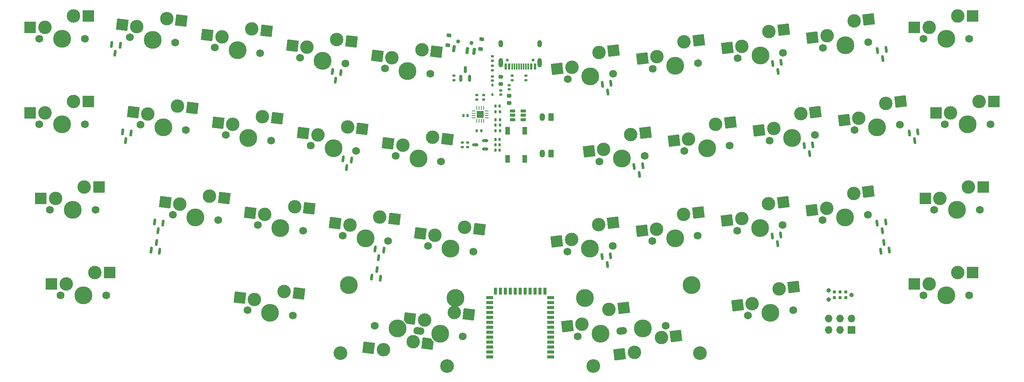
<source format=gbs>
%TF.GenerationSoftware,KiCad,Pcbnew,7.0.6*%
%TF.CreationDate,2023-07-31T17:00:50-04:00*%
%TF.ProjectId,Birdie,42697264-6965-42e6-9b69-6361645f7063,rev?*%
%TF.SameCoordinates,Original*%
%TF.FileFunction,Soldermask,Bot*%
%TF.FilePolarity,Negative*%
%FSLAX46Y46*%
G04 Gerber Fmt 4.6, Leading zero omitted, Abs format (unit mm)*
G04 Created by KiCad (PCBNEW 7.0.6) date 2023-07-31 17:00:50*
%MOMM*%
%LPD*%
G01*
G04 APERTURE LIST*
G04 Aperture macros list*
%AMRoundRect*
0 Rectangle with rounded corners*
0 $1 Rounding radius*
0 $2 $3 $4 $5 $6 $7 $8 $9 X,Y pos of 4 corners*
0 Add a 4 corners polygon primitive as box body*
4,1,4,$2,$3,$4,$5,$6,$7,$8,$9,$2,$3,0*
0 Add four circle primitives for the rounded corners*
1,1,$1+$1,$2,$3*
1,1,$1+$1,$4,$5*
1,1,$1+$1,$6,$7*
1,1,$1+$1,$8,$9*
0 Add four rect primitives between the rounded corners*
20,1,$1+$1,$2,$3,$4,$5,0*
20,1,$1+$1,$4,$5,$6,$7,0*
20,1,$1+$1,$6,$7,$8,$9,0*
20,1,$1+$1,$8,$9,$2,$3,0*%
%AMRotRect*
0 Rectangle, with rotation*
0 The origin of the aperture is its center*
0 $1 length*
0 $2 width*
0 $3 Rotation angle, in degrees counterclockwise*
0 Add horizontal line*
21,1,$1,$2,0,0,$3*%
%AMOutline5P*
0 Free polygon, 5 corners , with rotation*
0 The origin of the aperture is its center*
0 number of corners: always 5*
0 $1 to $10 corner X, Y*
0 $11 Rotation angle, in degrees counterclockwise*
0 create outline with 5 corners*
4,1,5,$1,$2,$3,$4,$5,$6,$7,$8,$9,$10,$1,$2,$11*%
%AMOutline6P*
0 Free polygon, 6 corners , with rotation*
0 The origin of the aperture is its center*
0 number of corners: always 6*
0 $1 to $12 corner X, Y*
0 $13 Rotation angle, in degrees counterclockwise*
0 create outline with 6 corners*
4,1,6,$1,$2,$3,$4,$5,$6,$7,$8,$9,$10,$11,$12,$1,$2,$13*%
%AMOutline7P*
0 Free polygon, 7 corners , with rotation*
0 The origin of the aperture is its center*
0 number of corners: always 7*
0 $1 to $14 corner X, Y*
0 $15 Rotation angle, in degrees counterclockwise*
0 create outline with 7 corners*
4,1,7,$1,$2,$3,$4,$5,$6,$7,$8,$9,$10,$11,$12,$13,$14,$1,$2,$15*%
%AMOutline8P*
0 Free polygon, 8 corners , with rotation*
0 The origin of the aperture is its center*
0 number of corners: always 8*
0 $1 to $16 corner X, Y*
0 $17 Rotation angle, in degrees counterclockwise*
0 create outline with 8 corners*
4,1,8,$1,$2,$3,$4,$5,$6,$7,$8,$9,$10,$11,$12,$13,$14,$15,$16,$1,$2,$17*%
G04 Aperture macros list end*
%ADD10R,1.524000X0.700000*%
%ADD11R,0.700000X1.524000*%
%ADD12RotRect,2.550000X2.500000X7.000000*%
%ADD13C,1.750000*%
%ADD14C,3.000000*%
%ADD15C,3.987800*%
%ADD16RotRect,2.550000X2.500000X353.000000*%
%ADD17R,2.550000X2.500000*%
%ADD18RotRect,2.550000X2.500000X173.000000*%
%ADD19Outline5P,-1.275000X1.250000X1.275000X1.250000X1.275000X-1.250000X-0.550000X-1.250000X-1.275000X-0.525000X173.000000*%
%ADD20C,3.048000*%
%ADD21Outline5P,-1.275000X1.250000X1.275000X1.250000X1.275000X-1.250000X-0.550000X-1.250000X-1.275000X-0.525000X353.000000*%
%ADD22RotRect,2.550000X2.500000X187.000000*%
%ADD23RotRect,1.000000X0.800000X353.000000*%
%ADD24C,0.900000*%
%ADD25RotRect,0.700000X1.500000X353.000000*%
%ADD26RoundRect,0.135000X0.135000X0.185000X-0.135000X0.185000X-0.135000X-0.185000X0.135000X-0.185000X0*%
%ADD27RoundRect,0.150000X-0.220480X0.564840X-0.077284X-0.601401X0.220480X-0.564840X0.077284X0.601401X0*%
%ADD28RoundRect,0.140000X0.140000X0.170000X-0.140000X0.170000X-0.140000X-0.170000X0.140000X-0.170000X0*%
%ADD29RoundRect,0.147500X-0.172500X0.147500X-0.172500X-0.147500X0.172500X-0.147500X0.172500X0.147500X0*%
%ADD30RoundRect,0.218750X-0.256250X0.218750X-0.256250X-0.218750X0.256250X-0.218750X0.256250X0.218750X0*%
%ADD31RoundRect,0.150000X0.077284X-0.601401X0.220480X0.564840X-0.077284X0.601401X-0.220480X-0.564840X0*%
%ADD32RoundRect,0.150000X0.150000X-0.587500X0.150000X0.587500X-0.150000X0.587500X-0.150000X-0.587500X0*%
%ADD33RoundRect,0.150000X0.512500X0.150000X-0.512500X0.150000X-0.512500X-0.150000X0.512500X-0.150000X0*%
%ADD34RoundRect,0.140000X-0.170000X0.140000X-0.170000X-0.140000X0.170000X-0.140000X0.170000X0.140000X0*%
%ADD35RoundRect,0.150000X-0.077284X0.601401X-0.220480X-0.564840X0.077284X-0.601401X0.220480X0.564840X0*%
%ADD36RoundRect,0.200000X-0.275000X0.200000X-0.275000X-0.200000X0.275000X-0.200000X0.275000X0.200000X0*%
%ADD37RoundRect,0.135000X0.185000X-0.135000X0.185000X0.135000X-0.185000X0.135000X-0.185000X-0.135000X0*%
%ADD38O,1.200000X1.750000*%
%ADD39RoundRect,0.250000X0.350000X0.625000X-0.350000X0.625000X-0.350000X-0.625000X0.350000X-0.625000X0*%
%ADD40C,0.990600*%
%ADD41C,0.787400*%
%ADD42RoundRect,0.150000X0.220480X-0.564840X0.077284X0.601401X-0.220480X0.564840X-0.077284X-0.601401X0*%
%ADD43R,1.600000X1.600000*%
%ADD44RoundRect,0.062500X0.375000X-0.062500X0.375000X0.062500X-0.375000X0.062500X-0.375000X-0.062500X0*%
%ADD45RoundRect,0.062500X0.062500X-0.375000X0.062500X0.375000X-0.062500X0.375000X-0.062500X-0.375000X0*%
%ADD46RoundRect,0.135000X-0.135000X-0.185000X0.135000X-0.185000X0.135000X0.185000X-0.135000X0.185000X0*%
%ADD47RoundRect,0.112500X-0.112500X0.187500X-0.112500X-0.187500X0.112500X-0.187500X0.112500X0.187500X0*%
%ADD48RoundRect,0.150000X0.475000X0.150000X-0.475000X0.150000X-0.475000X-0.150000X0.475000X-0.150000X0*%
%ADD49O,1.000000X2.100000*%
%ADD50O,1.000000X1.600000*%
%ADD51R,0.600000X1.450000*%
%ADD52R,0.300000X1.450000*%
%ADD53C,0.650000*%
%ADD54RoundRect,0.135000X-0.185000X0.135000X-0.185000X-0.135000X0.185000X-0.135000X0.185000X0.135000X0*%
%ADD55R,1.000000X1.700000*%
%ADD56RoundRect,0.140000X-0.140000X-0.170000X0.140000X-0.170000X0.140000X0.170000X-0.140000X0.170000X0*%
%ADD57O,1.700000X1.700000*%
%ADD58R,1.700000X1.700000*%
G04 APERTURE END LIST*
D10*
%TO.C,U2*%
X153190032Y-107273174D03*
X153190032Y-106173174D03*
X153190032Y-105073174D03*
X153190032Y-103973174D03*
X153190032Y-102873174D03*
X153190032Y-101773174D03*
X153190032Y-100673174D03*
X153190032Y-99573174D03*
X153190032Y-98473174D03*
X153190032Y-97373174D03*
X153190032Y-96273174D03*
X153190032Y-95173174D03*
X153190032Y-94073174D03*
D11*
X151940032Y-92573174D03*
X150840032Y-92573174D03*
X149740032Y-92573174D03*
X148640032Y-92573174D03*
X147540032Y-92573174D03*
X146440032Y-92573174D03*
X145340032Y-92573174D03*
X144240032Y-92573174D03*
X143140032Y-92573174D03*
X142040032Y-92573174D03*
X140940032Y-92573174D03*
D10*
X139690032Y-94073174D03*
X139690032Y-95173174D03*
X139690032Y-96273174D03*
X139690032Y-97373174D03*
X139690032Y-98473174D03*
X139690032Y-99573174D03*
X139690032Y-100673174D03*
X139690032Y-101773174D03*
X139690032Y-102873174D03*
X139690032Y-103973174D03*
X139690032Y-105073174D03*
X139690032Y-106173174D03*
X139690032Y-107273174D03*
%TD*%
D12*
%TO.C,MX21*%
X174248366Y-57324467D03*
X161727270Y-61420939D03*
D13*
X174111142Y-62459466D03*
D14*
X170970979Y-57726879D03*
D15*
X169069008Y-63078562D03*
D14*
X164977859Y-61021817D03*
D13*
X164026874Y-63697658D03*
%TD*%
D12*
%TO.C,MX22*%
X167115978Y-77393280D03*
X154594882Y-81489752D03*
D13*
X166978754Y-82528279D03*
D14*
X163838591Y-77795692D03*
D15*
X161936620Y-83147375D03*
D14*
X157845471Y-81090630D03*
D13*
X156894486Y-83766471D03*
%TD*%
D16*
%TO.C,MX14*%
X118452994Y-76495594D03*
X105312802Y-77441256D03*
D13*
X117077577Y-81444864D03*
D14*
X115175606Y-76093182D03*
D15*
X112035443Y-80825768D03*
D14*
X108563390Y-77840379D03*
D13*
X106993309Y-80206672D03*
%TD*%
D17*
%TO.C,MX36*%
X251787477Y-50321707D03*
X238860477Y-52861707D03*
D13*
X251025477Y-55401707D03*
D14*
X248485477Y-50321707D03*
D15*
X245945477Y-55401707D03*
D14*
X242135477Y-52861707D03*
D13*
X240865477Y-55401707D03*
%TD*%
D12*
%TO.C,MX34*%
X223839993Y-70428448D03*
X211318897Y-74524920D03*
D13*
X223702769Y-75563447D03*
D14*
X220562606Y-70830860D03*
D15*
X218660635Y-76182543D03*
D14*
X214569486Y-74125798D03*
D13*
X213618501Y-76801639D03*
%TD*%
D16*
%TO.C,MX8*%
X90007208Y-34616761D03*
X76867016Y-35562423D03*
D13*
X88631791Y-39566031D03*
D14*
X86729820Y-34214349D03*
D15*
X83589657Y-38946935D03*
D14*
X80117604Y-35961546D03*
D13*
X78547523Y-38327839D03*
%TD*%
D17*
%TO.C,MX37*%
X249406229Y-69371703D03*
X236479229Y-71911703D03*
D13*
X248644229Y-74451703D03*
D14*
X246104229Y-69371703D03*
D15*
X243564229Y-74451703D03*
D14*
X239754229Y-71911703D03*
D13*
X238484229Y-74451703D03*
%TD*%
D17*
%TO.C,MX35*%
X247024978Y-31271701D03*
X234097978Y-33811701D03*
D13*
X246262978Y-36351701D03*
D14*
X243722978Y-31271701D03*
D15*
X241182978Y-36351701D03*
D14*
X237372978Y-33811701D03*
D13*
X236102978Y-36351701D03*
%TD*%
D12*
%TO.C,MX31*%
X207253599Y-91658066D03*
X194732503Y-95754538D03*
D13*
X207116375Y-96793065D03*
D14*
X203976212Y-92060478D03*
D15*
X202074241Y-97412161D03*
D14*
X197983092Y-95355416D03*
D13*
X197032107Y-98031257D03*
%TD*%
D18*
%TO.C,MX16*%
X112750278Y-105224751D03*
D19*
X125890470Y-104279090D03*
D20*
X130165588Y-109282388D03*
D15*
X132022876Y-94155985D03*
D13*
X124209963Y-101513673D03*
D14*
X122639882Y-103879966D03*
D15*
X119167829Y-100894577D03*
D14*
X116027666Y-105627163D03*
D13*
X114125695Y-100275481D03*
D20*
X106467556Y-106372636D03*
D15*
X108324844Y-91246232D03*
%TD*%
D16*
%TO.C,MX5*%
X71099197Y-32295156D03*
X57959005Y-33240818D03*
D13*
X69723780Y-37244426D03*
D14*
X67821809Y-31892744D03*
D15*
X64681646Y-36625330D03*
D14*
X61209593Y-33639941D03*
D13*
X59639512Y-36006234D03*
%TD*%
D16*
%TO.C,MX19*%
X137360997Y-78817207D03*
X124220805Y-79762869D03*
D13*
X135985580Y-83766477D03*
D14*
X134083609Y-78414795D03*
D15*
X130943446Y-83147381D03*
D14*
X127471393Y-80161992D03*
D13*
X125901312Y-82528285D03*
%TD*%
D16*
%TO.C,MX18*%
X130228607Y-58748391D03*
X117088415Y-59694053D03*
D13*
X128853190Y-63697661D03*
D14*
X126951219Y-58345979D03*
D15*
X123811056Y-63078565D03*
D14*
X120339003Y-60093176D03*
D13*
X118768922Y-62459469D03*
%TD*%
D12*
%TO.C,MX28*%
X205015770Y-34353647D03*
X192494674Y-38450119D03*
D13*
X204878546Y-39488646D03*
D14*
X201738383Y-34756059D03*
D15*
X199836412Y-40107742D03*
D14*
X195745263Y-38050997D03*
D13*
X194794278Y-40726838D03*
%TD*%
D17*
%TO.C,MX4*%
X55159459Y-88421706D03*
X42232459Y-90961706D03*
D13*
X54397459Y-93501706D03*
D14*
X51857459Y-88421706D03*
D15*
X49317459Y-93501706D03*
D14*
X45507459Y-90961706D03*
D13*
X44237459Y-93501706D03*
%TD*%
D16*
%TO.C,MX10*%
X99544992Y-74173980D03*
X86404800Y-75119642D03*
D13*
X98169575Y-79123250D03*
D14*
X96267604Y-73771568D03*
D15*
X93127441Y-78504154D03*
D14*
X89655388Y-75518765D03*
D13*
X88085307Y-77885058D03*
%TD*%
D17*
%TO.C,MX38*%
X247024977Y-88421708D03*
X234097977Y-90961708D03*
D13*
X246262977Y-93501708D03*
D14*
X243722977Y-88421708D03*
D15*
X241182977Y-93501708D03*
D14*
X237372977Y-90961708D03*
D13*
X236102977Y-93501708D03*
%TD*%
D12*
%TO.C,MX30*%
X204931986Y-72750063D03*
X192410890Y-76846535D03*
D13*
X204794762Y-77885062D03*
D14*
X201654599Y-73152475D03*
D15*
X199752628Y-78504158D03*
D14*
X195661479Y-76447413D03*
D13*
X194710494Y-79123254D03*
%TD*%
D12*
%TO.C,MX27*%
X169437584Y-96301285D03*
X156916488Y-100397757D03*
D13*
X169300360Y-101436284D03*
D14*
X166160197Y-96703697D03*
D15*
X164258226Y-102055380D03*
D14*
X160167077Y-99998635D03*
D13*
X159216092Y-102674476D03*
%TD*%
D12*
%TO.C,MX32*%
X223923769Y-32032037D03*
X211402673Y-36128509D03*
D13*
X223786545Y-37167036D03*
D14*
X220646382Y-32434449D03*
D15*
X218744411Y-37786132D03*
D14*
X214653262Y-35729387D03*
D13*
X213702277Y-38405228D03*
%TD*%
D16*
%TO.C,MX15*%
X135039388Y-97725209D03*
D21*
X121899196Y-98670870D03*
D13*
X133663971Y-102674479D03*
D14*
X131762000Y-97322797D03*
D15*
X128621837Y-102055383D03*
D14*
X125149784Y-99069994D03*
D13*
X123579703Y-101436287D03*
%TD*%
D16*
%TO.C,MX12*%
X108915215Y-36938376D03*
X95775023Y-37884038D03*
D13*
X107539798Y-41887646D03*
D14*
X105637827Y-36535964D03*
D15*
X102497664Y-41268550D03*
D14*
X99025611Y-38283161D03*
D13*
X97455530Y-40649454D03*
%TD*%
D16*
%TO.C,MX13*%
X111320600Y-56426785D03*
X98180408Y-57372447D03*
D13*
X109945183Y-61376055D03*
D14*
X108043212Y-56024373D03*
D15*
X104903049Y-60756959D03*
D14*
X101430996Y-57771570D03*
D13*
X99860915Y-60137863D03*
%TD*%
D12*
%TO.C,MX24*%
X193156369Y-55002859D03*
X180635273Y-59099331D03*
D13*
X193019145Y-60137858D03*
D14*
X189878982Y-55405271D03*
D15*
X187977011Y-60756954D03*
D14*
X183885862Y-58700209D03*
D13*
X182934877Y-61376050D03*
%TD*%
D12*
%TO.C,MX20*%
X167199757Y-38996874D03*
X154678661Y-43093346D03*
D13*
X167062533Y-44131873D03*
D14*
X163922370Y-39399286D03*
D15*
X162020399Y-44750969D03*
D14*
X157929250Y-42694224D03*
D13*
X156978265Y-45370065D03*
%TD*%
D17*
%TO.C,MX1*%
X50396959Y-31271705D03*
X37469959Y-33811705D03*
D13*
X49634959Y-36351705D03*
D14*
X47094959Y-31271705D03*
D15*
X44554959Y-36351705D03*
D14*
X40744959Y-33811705D03*
D13*
X39474959Y-36351705D03*
%TD*%
D16*
%TO.C,MX9*%
X92412606Y-54105174D03*
X79272414Y-55050836D03*
D13*
X91037189Y-59054444D03*
D14*
X89135218Y-53702762D03*
D15*
X85995055Y-58435348D03*
D14*
X82523002Y-55449959D03*
D13*
X80952921Y-57816252D03*
%TD*%
D12*
%TO.C,MX23*%
X186107761Y-36675262D03*
X173586665Y-40771734D03*
D13*
X185970537Y-41810261D03*
D14*
X182830374Y-37077674D03*
D15*
X180928403Y-42429357D03*
D14*
X176837254Y-40372612D03*
D13*
X175886269Y-43048453D03*
%TD*%
D17*
%TO.C,MX2*%
X50396962Y-50321702D03*
X37469962Y-52861702D03*
D13*
X49634962Y-55401702D03*
D14*
X47094962Y-50321702D03*
D15*
X44554962Y-55401702D03*
D14*
X40744962Y-52861702D03*
D13*
X39474962Y-55401702D03*
%TD*%
D12*
%TO.C,MX33*%
X230972383Y-50359642D03*
X218451287Y-54456114D03*
D13*
X230835159Y-55494641D03*
D14*
X227694996Y-50762054D03*
D15*
X225793025Y-56113737D03*
D14*
X221701876Y-54056992D03*
D13*
X220750891Y-56732833D03*
%TD*%
D16*
%TO.C,MX6*%
X73504602Y-51783557D03*
X60364410Y-52729219D03*
D13*
X72129185Y-56732827D03*
D14*
X70227214Y-51381145D03*
D15*
X67087051Y-56113731D03*
D14*
X63614998Y-53128342D03*
D13*
X62044917Y-55494635D03*
%TD*%
D16*
%TO.C,MX11*%
X97223378Y-93081985D03*
X84083186Y-94027647D03*
D13*
X95847961Y-98031255D03*
D14*
X93945990Y-92679573D03*
D15*
X90805827Y-97412159D03*
D14*
X87333774Y-94426770D03*
D13*
X85763693Y-96793063D03*
%TD*%
D12*
%TO.C,MX25*%
X186023982Y-75071670D03*
X173502886Y-79168142D03*
D13*
X185886758Y-80206669D03*
D14*
X182746595Y-75474082D03*
D15*
X180844624Y-80825765D03*
D14*
X176753475Y-78769020D03*
D13*
X175802490Y-81444861D03*
%TD*%
D16*
%TO.C,MX7*%
X80636989Y-71852365D03*
X67496797Y-72798027D03*
D13*
X79261572Y-76801635D03*
D14*
X77359601Y-71449953D03*
D15*
X74219438Y-76182539D03*
D14*
X70747385Y-73197150D03*
D13*
X69177304Y-75563443D03*
%TD*%
D22*
%TO.C,MX26*%
X168532874Y-106648670D03*
X181053970Y-102552198D03*
D20*
X186412505Y-106372634D03*
D15*
X184555217Y-91246230D03*
D13*
X178754366Y-100275479D03*
D14*
X177803381Y-102951320D03*
D15*
X173712232Y-100894575D03*
D14*
X171810261Y-106246258D03*
D13*
X168670098Y-101513671D03*
D20*
X162714473Y-109282386D03*
D15*
X160857185Y-94155983D03*
%TD*%
D17*
%TO.C,MX3*%
X52778209Y-69371706D03*
X39851209Y-71911706D03*
D13*
X52016209Y-74451706D03*
D14*
X49476209Y-69371706D03*
D15*
X46936209Y-74451706D03*
D14*
X43126209Y-71911706D03*
D13*
X41856209Y-74451706D03*
%TD*%
D12*
%TO.C,MX29*%
X212064370Y-52681251D03*
X199543274Y-56777723D03*
D13*
X211927146Y-57816250D03*
D14*
X208786983Y-53083663D03*
D15*
X206885012Y-58435346D03*
D14*
X202793863Y-56378601D03*
D13*
X201842878Y-59054442D03*
%TD*%
D16*
%TO.C,MX17*%
X127823218Y-39259987D03*
X114683026Y-40205649D03*
D13*
X126447801Y-44209257D03*
D14*
X124545830Y-38857575D03*
D15*
X121405667Y-43590161D03*
D14*
X117933614Y-40604772D03*
D13*
X116363533Y-42971065D03*
%TD*%
D23*
%TO.C,SW1*%
X130633829Y-35600364D03*
X130364497Y-37793891D03*
D24*
X132633747Y-36954184D03*
X135611385Y-37319792D03*
D23*
X137879416Y-36490010D03*
X137610084Y-38683537D03*
D25*
X131674847Y-38609663D03*
X134652485Y-38975271D03*
X136141305Y-39158075D03*
%TD*%
D26*
%TO.C,R8*%
X140901412Y-54447373D03*
X141921412Y-54447373D03*
%TD*%
D27*
%TO.C,D9*%
X172950245Y-66600239D03*
X173664658Y-64623439D03*
X171778821Y-64854991D03*
%TD*%
%TO.C,D14*%
X203633940Y-82025864D03*
X204348353Y-80049064D03*
X202462516Y-80280616D03*
%TD*%
D28*
%TO.C,C7*%
X136791871Y-56828630D03*
X137751871Y-56828630D03*
%TD*%
%TO.C,C3*%
X140931412Y-61178170D03*
X141891412Y-61178170D03*
%TD*%
%TO.C,C2*%
X140931414Y-59987540D03*
X141891414Y-59987540D03*
%TD*%
D29*
%TO.C,FB2*%
X142120032Y-48833605D03*
X142120032Y-47863605D03*
%TD*%
%TO.C,FB1*%
X143990031Y-47673290D03*
X143990031Y-46703290D03*
%TD*%
D27*
%TO.C,D8*%
X165901615Y-48272592D03*
X166616028Y-46295792D03*
X164730191Y-46527344D03*
%TD*%
D30*
%TO.C,F1*%
X143990031Y-50654703D03*
X143990031Y-49079703D03*
%TD*%
D31*
%TO.C,D4*%
X65558059Y-81725133D03*
X64386635Y-83470381D03*
X66272472Y-83701933D03*
%TD*%
D32*
%TO.C,Q1*%
X134208376Y-43271473D03*
X133258376Y-45146473D03*
X135158376Y-45146473D03*
%TD*%
D28*
%TO.C,C1*%
X140931413Y-58794161D03*
X141891413Y-58794161D03*
%TD*%
D33*
%TO.C,U3*%
X136404372Y-59987544D03*
X138679372Y-60937544D03*
X138679372Y-59037544D03*
%TD*%
D27*
%TO.C,D15*%
X227057346Y-40763615D03*
X227771759Y-38786815D03*
X225885922Y-39018367D03*
%TD*%
D34*
%TO.C,C4*%
X140220783Y-45684696D03*
X140220783Y-44724696D03*
%TD*%
D35*
%TO.C,D2*%
X58741275Y-59085723D03*
X59912699Y-57340475D03*
X58026862Y-57108923D03*
%TD*%
D36*
%TO.C,R3*%
X142120031Y-46494692D03*
X142120031Y-44844692D03*
%TD*%
D35*
%TO.C,D6*%
X107783259Y-65107320D03*
X108954683Y-63362072D03*
X107068846Y-63130520D03*
%TD*%
%TO.C,D5*%
X105377867Y-45618865D03*
X106549291Y-43873617D03*
X104663454Y-43642065D03*
%TD*%
D26*
%TO.C,R4*%
X140901415Y-52661432D03*
X141921415Y-52661432D03*
%TD*%
D37*
%TO.C,R10*%
X131674847Y-44591941D03*
X131674847Y-45611941D03*
%TD*%
D38*
%TO.C,J4*%
X151306793Y-53844724D03*
D39*
X153306793Y-53844724D03*
%TD*%
D37*
%TO.C,R11*%
X140220782Y-42390158D03*
X140220782Y-43410158D03*
%TD*%
D28*
%TO.C,C6*%
X133785029Y-53506745D03*
X134745029Y-53506745D03*
%TD*%
D40*
%TO.C,J2*%
X220086235Y-93439550D03*
X215006235Y-94455550D03*
X215006235Y-92423550D03*
D41*
X218816235Y-94074550D03*
X218816235Y-92804550D03*
X217546235Y-94074550D03*
X217546235Y-92804550D03*
X216276235Y-94074550D03*
X216276235Y-92804550D03*
%TD*%
D35*
%TO.C,D3*%
X65873682Y-79154582D03*
X67045106Y-77409334D03*
X65159269Y-77177782D03*
%TD*%
D42*
%TO.C,D18*%
X227289189Y-81730670D03*
X226574776Y-83707470D03*
X228460613Y-83475918D03*
%TD*%
D38*
%TO.C,J5*%
X151306793Y-61950206D03*
D39*
X153306793Y-61950206D03*
%TD*%
D35*
%TO.C,D7*%
X114915670Y-85176184D03*
X116087094Y-83430936D03*
X114201257Y-83199384D03*
%TD*%
D26*
%TO.C,R7*%
X140901412Y-55638001D03*
X141921412Y-55638001D03*
%TD*%
D27*
%TO.C,D16*%
X234105975Y-59091258D03*
X234820388Y-57114458D03*
X232934551Y-57346010D03*
%TD*%
D37*
%TO.C,R14*%
X133554402Y-59477543D03*
X133554402Y-60497543D03*
%TD*%
D43*
%TO.C,U4*%
X137541871Y-53256745D03*
D44*
X138979371Y-54006745D03*
X138979371Y-53506745D03*
X138979371Y-53006745D03*
X138979371Y-52506745D03*
D45*
X138291871Y-51819245D03*
X137791871Y-51819245D03*
X137291871Y-51819245D03*
X136791871Y-51819245D03*
D44*
X136104371Y-52506745D03*
X136104371Y-53006745D03*
X136104371Y-53506745D03*
X136104371Y-54006745D03*
D45*
X136791871Y-54694245D03*
X137291871Y-54694245D03*
X137791871Y-54694245D03*
X138291871Y-54694245D03*
%TD*%
D46*
%TO.C,R5*%
X141921413Y-56828628D03*
X140901413Y-56828628D03*
%TD*%
D47*
%TO.C,D19*%
X140220784Y-48833606D03*
X140220784Y-46733606D03*
%TD*%
D27*
%TO.C,D17*%
X226973566Y-79160120D03*
X227687979Y-77183320D03*
X225802142Y-77414872D03*
%TD*%
D48*
%TO.C,U1*%
X144765032Y-52489090D03*
X144765032Y-53439090D03*
X144765032Y-54389090D03*
X147115032Y-54389090D03*
X147115032Y-53439090D03*
X147115032Y-52489090D03*
%TD*%
D37*
%TO.C,R9*%
X136791871Y-48877204D03*
X136791871Y-49897204D03*
%TD*%
D49*
%TO.C,J1*%
X150760031Y-41686238D03*
D50*
X150760031Y-37506238D03*
D49*
X142120031Y-41686238D03*
D50*
X142120031Y-37506238D03*
D51*
X143190031Y-42601238D03*
X143990031Y-42601238D03*
D52*
X144690031Y-42601238D03*
X145690031Y-42601238D03*
X147190031Y-42601238D03*
X148190031Y-42601238D03*
D51*
X148890031Y-42601238D03*
X149690031Y-42601238D03*
X149690031Y-42601238D03*
X148890031Y-42601238D03*
D52*
X147690031Y-42601238D03*
X146690031Y-42601238D03*
X146190031Y-42601238D03*
X145190031Y-42601238D03*
D51*
X143990031Y-42601238D03*
X143190031Y-42601238D03*
D53*
X149330031Y-41156238D03*
X143550031Y-41156238D03*
%TD*%
D54*
%TO.C,R6*%
X138291871Y-49897204D03*
X138291871Y-48877204D03*
%TD*%
D55*
%TO.C,SW2*%
X147419342Y-63137544D03*
X147419342Y-56837544D03*
X143619342Y-63137544D03*
X143619342Y-56837544D03*
%TD*%
D27*
%TO.C,D12*%
X203717719Y-43629358D03*
X204432132Y-41652558D03*
X202546295Y-41884110D03*
%TD*%
D54*
%TO.C,R1*%
X144685639Y-45614691D03*
X144685639Y-44594691D03*
%TD*%
%TO.C,R12*%
X134745030Y-60497543D03*
X134745030Y-59477543D03*
%TD*%
D27*
%TO.C,D10*%
X165817836Y-86669099D03*
X166532249Y-84692299D03*
X164646412Y-84923851D03*
%TD*%
D31*
%TO.C,D11*%
X114600819Y-87746824D03*
X113429395Y-89492072D03*
X115315232Y-89723624D03*
%TD*%
D37*
%TO.C,R13*%
X140220783Y-40306559D03*
X140220783Y-41326559D03*
%TD*%
D27*
%TO.C,D13*%
X210766349Y-61957004D03*
X211480762Y-59980204D03*
X209594925Y-60211756D03*
%TD*%
D56*
%TO.C,C5*%
X141891412Y-51355488D03*
X140931412Y-51355488D03*
%TD*%
D54*
%TO.C,R2*%
X147690032Y-45614695D03*
X147690032Y-44594695D03*
%TD*%
D35*
%TO.C,D1*%
X56335877Y-39597266D03*
X57507301Y-37852018D03*
X55621464Y-37620466D03*
%TD*%
D57*
%TO.C,J3*%
X214991235Y-98723004D03*
X214991235Y-101263004D03*
X217531235Y-98723004D03*
X217531235Y-101263004D03*
X220071235Y-98723004D03*
D58*
X220071235Y-101263004D03*
%TD*%
M02*

</source>
